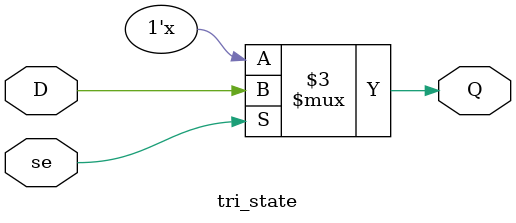
<source format=sv>
module tri_state(
	input wire D,
	input wire se,
	output reg Q
);
always @(*) begin
    if (se)
        Q = D;
    else
        Q = 1'bz;
end
endmodule
</source>
